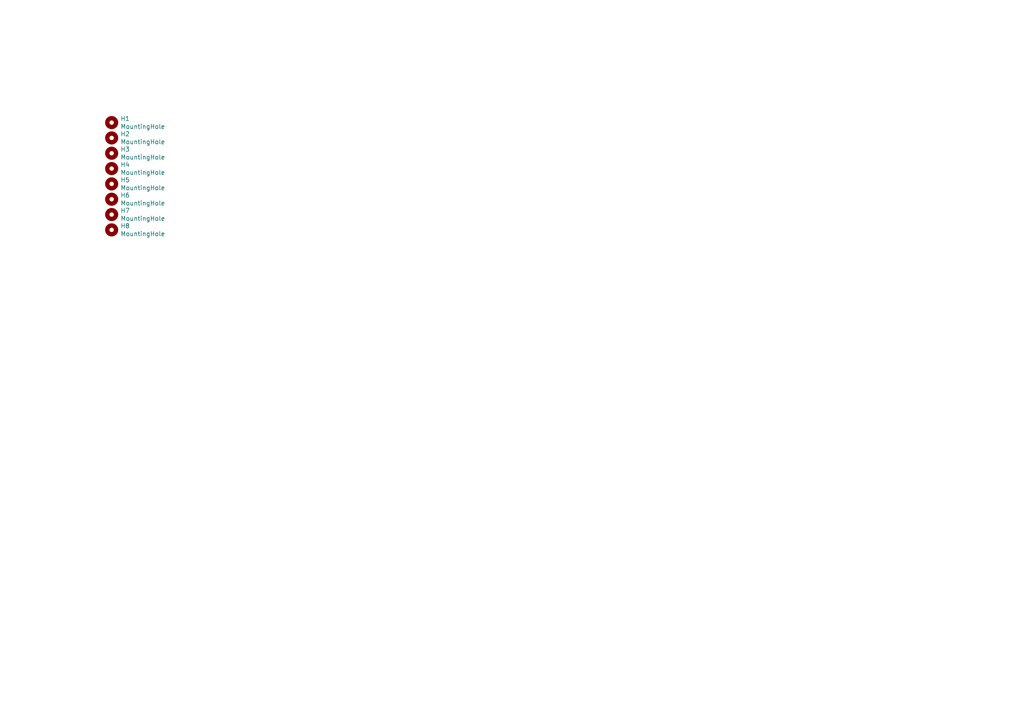
<source format=kicad_sch>
(kicad_sch (version 20210126) (generator eeschema)
  (paper "A4")
  (lib_symbols
    (symbol "Mechanical:MountingHole" (pin_names (offset 1.016))
      (property "Reference" "H" (at 0 5.08 0))
      (property "Value" "MountingHole" (at 0 3.175 0))
      (symbol "MountingHole_0_1"
        (circle (center 0 0) (radius 1.27) (stroke (width 1.27)))
      )
    )
  )
  (symbol (lib_id "Mechanical:MountingHole") (at 32.385 35.56 0) (unit 1)
    (property "Reference" "H1" (at 34.9251 34.4106 0) (effects (justify left)))
    (property "Value" "MountingHole" (at 34.9251 36.7093 0) (effects (justify left)))
    (property "Footprint" "MountingHole:MountingHole_2.2mm_M2_Pad" (effects hide))
  )
  (symbol (lib_id "Mechanical:MountingHole") (at 32.385 40.005 0) (unit 1)
    (property "Reference" "H2" (at 34.9251 38.8556 0) (effects (justify left)))
    (property "Value" "MountingHole" (at 34.9251 41.1543 0) (effects (justify left)))
    (property "Footprint" "MountingHole:MountingHole_2.2mm_M2_Pad" (effects hide))
  )
  (symbol (lib_id "Mechanical:MountingHole") (at 32.385 44.45 0) (unit 1)
    (property "Reference" "H3" (at 34.9251 43.3006 0) (effects (justify left)))
    (property "Value" "MountingHole" (at 34.9251 45.5993 0) (effects (justify left)))
    (property "Footprint" "MountingHole:MountingHole_2.2mm_M2_Pad" (effects hide))
  )
  (symbol (lib_id "Mechanical:MountingHole") (at 32.385 48.895 0) (unit 1)
    (property "Reference" "H4" (at 34.9251 47.7456 0) (effects (justify left)))
    (property "Value" "MountingHole" (at 34.9251 50.0443 0) (effects (justify left)))
    (property "Footprint" "MountingHole:MountingHole_2.2mm_M2_Pad" (effects hide))
  )
  (symbol (lib_id "Mechanical:MountingHole") (at 32.385 53.34 0) (unit 1)
    (property "Reference" "H5" (at 34.9251 52.1906 0) (effects (justify left)))
    (property "Value" "MountingHole" (at 34.9251 54.4893 0) (effects (justify left)))
    (property "Footprint" "MountingHole:MountingHole_2.2mm_M2_Pad" (effects hide))
  )
  (symbol (lib_id "Mechanical:MountingHole") (at 32.385 57.785 0) (unit 1)
    (property "Reference" "H6" (at 34.9251 56.6356 0) (effects (justify left)))
    (property "Value" "MountingHole" (at 34.9251 58.9343 0) (effects (justify left)))
    (property "Footprint" "MountingHole:MountingHole_2.2mm_M2_Pad" (effects hide))
  )
  (symbol (lib_id "Mechanical:MountingHole") (at 32.385 62.23 0) (unit 1)
    (property "Reference" "H7" (at 34.9251 61.0806 0) (effects (justify left)))
    (property "Value" "MountingHole" (at 34.9251 63.3793 0) (effects (justify left)))
    (property "Footprint" "MountingHole:MountingHole_2.2mm_M2_Pad" (effects hide))
  )
  (symbol (lib_id "Mechanical:MountingHole") (at 32.385 66.675 0) (unit 1)
    (property "Reference" "H8" (at 34.9251 65.5256 0) (effects (justify left)))
    (property "Value" "MountingHole" (at 34.9251 67.8243 0) (effects (justify left)))
    (property "Footprint" "MountingHole:MountingHole_2.2mm_M2_Pad" (effects hide))
  )
)
</source>
